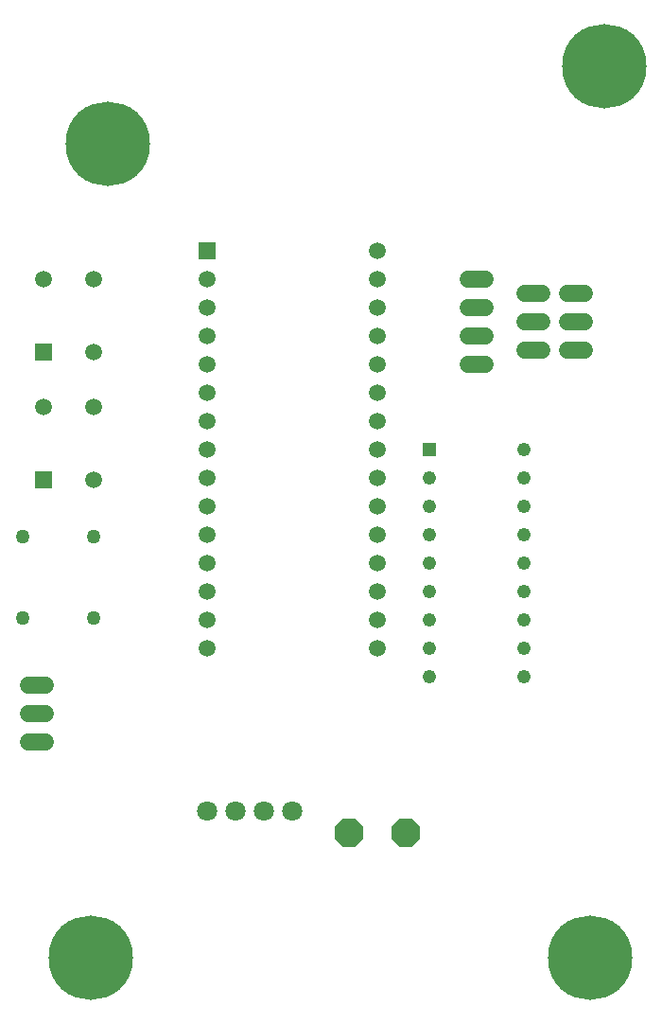
<source format=gbr>
G04 EAGLE Gerber RS-274X export*
G75*
%MOMM*%
%FSLAX34Y34*%
%LPD*%
%INBottom Copper*%
%IPPOS*%
%AMOC8*
5,1,8,0,0,1.08239X$1,22.5*%
G01*
G04 Define Apertures*
%ADD10C,1.524000*%
%ADD11P,2.74927X8X22.5*%
%ADD12C,1.260000*%
%ADD13R,1.498600X1.498600*%
%ADD14C,1.498600*%
%ADD15C,1.800000*%
%ADD16R,1.228000X1.228000*%
%ADD17C,1.228000*%
%ADD18R,1.508000X1.508000*%
%ADD19C,1.508000*%
%ADD20C,7.550000*%
D10*
X970280Y749300D02*
X985520Y749300D01*
X985520Y723900D02*
X970280Y723900D01*
X970280Y698500D02*
X985520Y698500D01*
X985520Y673100D02*
X970280Y673100D01*
D11*
X863600Y254000D03*
X914400Y254000D03*
D12*
X571500Y446400D03*
X571500Y518800D03*
X635000Y446400D03*
X635000Y518800D03*
D13*
X590042Y684276D03*
D14*
X635000Y684276D03*
X635000Y749300D03*
X590042Y749300D03*
D13*
X590042Y569976D03*
D14*
X635000Y569976D03*
X635000Y635000D03*
X590042Y635000D03*
D15*
X736600Y273160D03*
X812800Y273160D03*
X787400Y273160D03*
X762000Y273160D03*
D16*
X935400Y596900D03*
D17*
X935400Y571500D03*
X935400Y546100D03*
X935400Y520700D03*
X935400Y495300D03*
X935400Y469900D03*
X935400Y444500D03*
X935400Y419100D03*
X935400Y393700D03*
X1020400Y393700D03*
X1020400Y419100D03*
X1020400Y444500D03*
X1020400Y469900D03*
X1020400Y495300D03*
X1020400Y520700D03*
X1020400Y546100D03*
X1020400Y571500D03*
X1020400Y596900D03*
D18*
X736600Y774700D03*
D19*
X736600Y749300D03*
X736600Y723900D03*
X736600Y698500D03*
X736600Y673100D03*
X736600Y647700D03*
X736600Y622300D03*
X736600Y596900D03*
X736600Y571500D03*
X736600Y546100D03*
X736600Y520700D03*
X736600Y495300D03*
X736600Y469900D03*
X736600Y444500D03*
X736600Y419100D03*
X889000Y419100D03*
X889000Y444500D03*
X889000Y469900D03*
X889000Y495300D03*
X889000Y520700D03*
X889000Y546100D03*
X889000Y571500D03*
X889000Y596900D03*
X889000Y622300D03*
X889000Y647700D03*
X889000Y673100D03*
X889000Y698500D03*
X889000Y723900D03*
X889000Y749300D03*
X889000Y774700D03*
D10*
X1021080Y736600D02*
X1036320Y736600D01*
X1036320Y711200D02*
X1021080Y711200D01*
X1021080Y685800D02*
X1036320Y685800D01*
X1059180Y736600D02*
X1074420Y736600D01*
X1074420Y711200D02*
X1059180Y711200D01*
X1059180Y685800D02*
X1074420Y685800D01*
D20*
X632110Y142590D03*
X1079500Y142590D03*
X1092200Y939800D03*
X647700Y870110D03*
D10*
X591620Y386280D02*
X576380Y386280D01*
X576380Y360880D02*
X591620Y360880D01*
X591620Y335480D02*
X576380Y335480D01*
M02*

</source>
